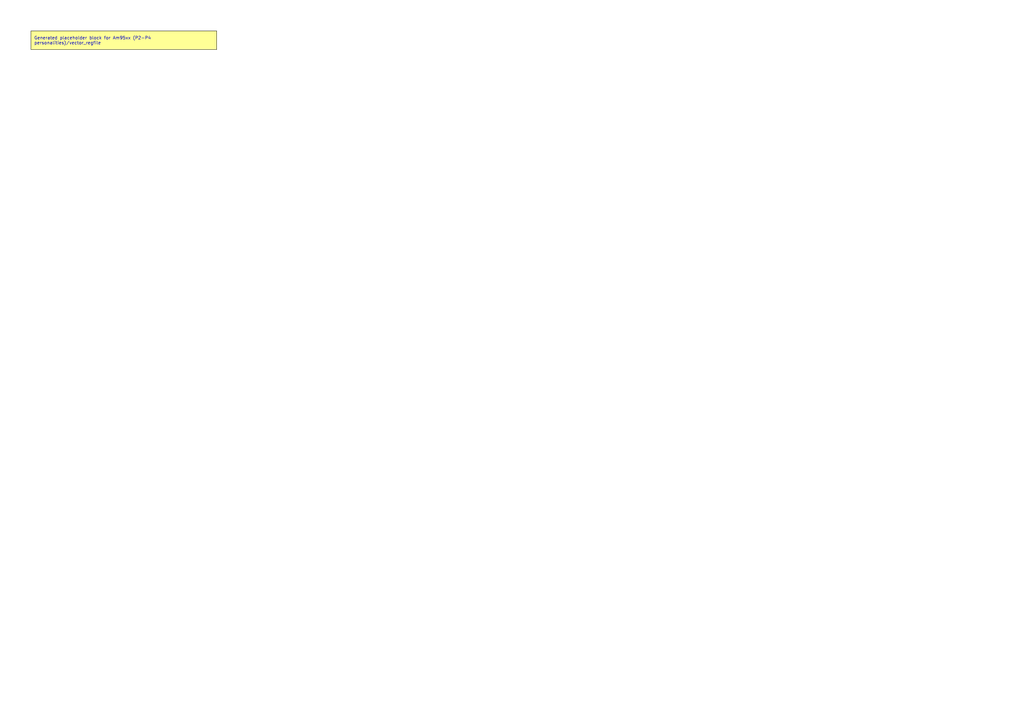
<source format=kicad_sch>
(kicad_sch
	(version 20250114)
	(generator "kicadgen")
	(generator_version "0.2")
	(uuid "c9e7a9f9-e019-5b50-a5de-f48937dd688a")
	(paper "A3")
	(title_block
		(title "Am95xx (P2-P4 personalities)::vector_regfile")
		(company "Project Carbon")
		(comment 1 "Generated - do not edit in generated/")
		(comment 2 "Edit in schem/kicad9/manual/ or refine mapping specs")
	)
	(lib_symbols)
	(text_box
		"Generated placeholder block for Am95xx (P2-P4 personalities)/vector_regfile"
		(exclude_from_sim no)
		(at
			12.7
			12.7
			0
		)
		(size 76.2 7.62)
		(margins
			1.27
			1.27
			1.27
			1.27
		)
		(stroke
			(width 0)
			(type default)
			(color
				0
				0
				0
				1
			)
		)
		(fill
			(type color)
			(color
				255
				255
				150
				1
			)
		)
		(effects
			(font
				(size 1.27 1.27)
			)
			(justify left)
		)
		(uuid "1d076d93-dade-5a28-865e-59ae4492e7d1")
	)
	(sheet_instances
		(path
			"/"
			(page "1")
		)
	)
	(embedded_fonts no)
)

</source>
